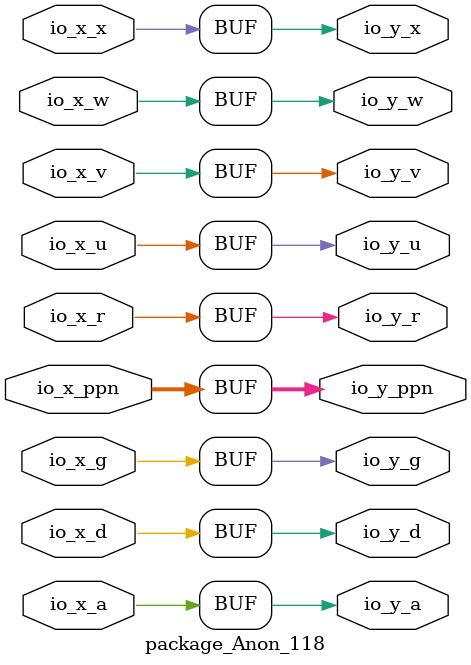
<source format=v>
module package_Anon_118( // @[:chipyard.TestHarness.RocketConfig.fir@240856.2]
  input  [53:0] io_x_ppn, // @[:chipyard.TestHarness.RocketConfig.fir@240859.4]
  input         io_x_d, // @[:chipyard.TestHarness.RocketConfig.fir@240859.4]
  input         io_x_a, // @[:chipyard.TestHarness.RocketConfig.fir@240859.4]
  input         io_x_g, // @[:chipyard.TestHarness.RocketConfig.fir@240859.4]
  input         io_x_u, // @[:chipyard.TestHarness.RocketConfig.fir@240859.4]
  input         io_x_x, // @[:chipyard.TestHarness.RocketConfig.fir@240859.4]
  input         io_x_w, // @[:chipyard.TestHarness.RocketConfig.fir@240859.4]
  input         io_x_r, // @[:chipyard.TestHarness.RocketConfig.fir@240859.4]
  input         io_x_v, // @[:chipyard.TestHarness.RocketConfig.fir@240859.4]
  output [53:0] io_y_ppn, // @[:chipyard.TestHarness.RocketConfig.fir@240859.4]
  output        io_y_d, // @[:chipyard.TestHarness.RocketConfig.fir@240859.4]
  output        io_y_a, // @[:chipyard.TestHarness.RocketConfig.fir@240859.4]
  output        io_y_g, // @[:chipyard.TestHarness.RocketConfig.fir@240859.4]
  output        io_y_u, // @[:chipyard.TestHarness.RocketConfig.fir@240859.4]
  output        io_y_x, // @[:chipyard.TestHarness.RocketConfig.fir@240859.4]
  output        io_y_w, // @[:chipyard.TestHarness.RocketConfig.fir@240859.4]
  output        io_y_r, // @[:chipyard.TestHarness.RocketConfig.fir@240859.4]
  output        io_y_v // @[:chipyard.TestHarness.RocketConfig.fir@240859.4]
);
  assign io_y_ppn = io_x_ppn; // @[package.scala 218:12:chipyard.TestHarness.RocketConfig.fir@240864.4]
  assign io_y_d = io_x_d; // @[package.scala 218:12:chipyard.TestHarness.RocketConfig.fir@240864.4]
  assign io_y_a = io_x_a; // @[package.scala 218:12:chipyard.TestHarness.RocketConfig.fir@240864.4]
  assign io_y_g = io_x_g; // @[package.scala 218:12:chipyard.TestHarness.RocketConfig.fir@240864.4]
  assign io_y_u = io_x_u; // @[package.scala 218:12:chipyard.TestHarness.RocketConfig.fir@240864.4]
  assign io_y_x = io_x_x; // @[package.scala 218:12:chipyard.TestHarness.RocketConfig.fir@240864.4]
  assign io_y_w = io_x_w; // @[package.scala 218:12:chipyard.TestHarness.RocketConfig.fir@240864.4]
  assign io_y_r = io_x_r; // @[package.scala 218:12:chipyard.TestHarness.RocketConfig.fir@240864.4]
  assign io_y_v = io_x_v; // @[package.scala 218:12:chipyard.TestHarness.RocketConfig.fir@240864.4]
endmodule

</source>
